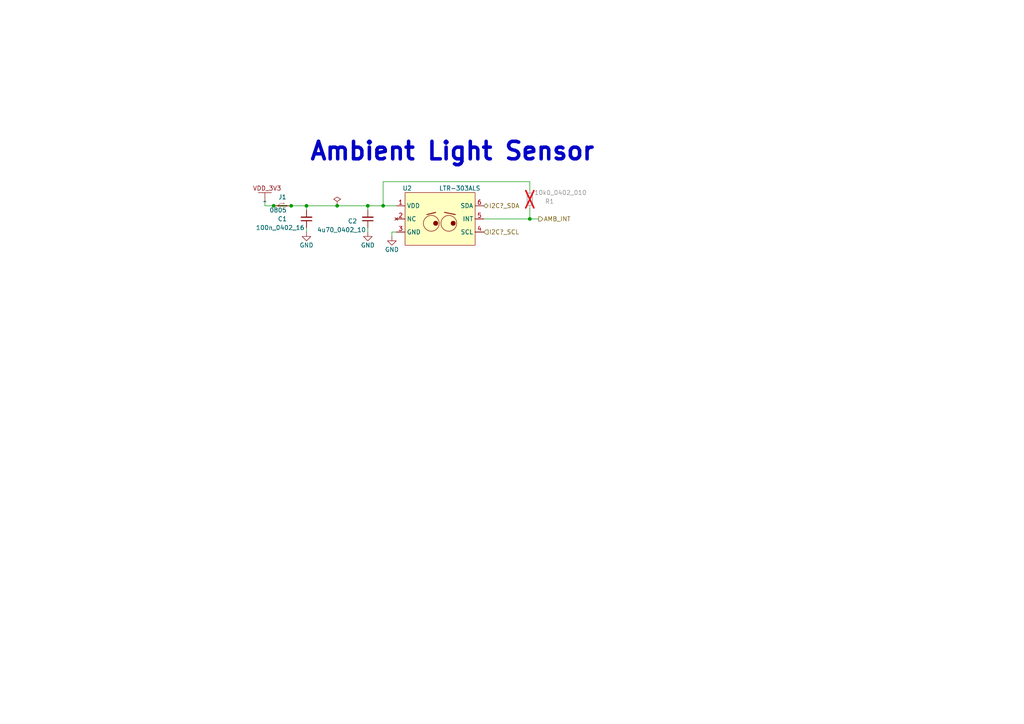
<source format=kicad_sch>
(kicad_sch (version 20230121) (generator eeschema)
  (paper "A4")
  (title_block (title "Beacon Lite") (date "2025-04-13") (rev "1") (company "Beep Boop"))
  (lib_symbols
    (symbol "Beacon_Library:CUT_N_JUMP" (pin_numbers hide) (in_bom no)
      (property "Reference" "J" (at 0 -0.254 0))
      (property "Value" "0402" (at 0 -3.81 0))
      (symbol "CUT_N_JUMP_1_1"
        (polyline (pts (xy -1.27 -2.54) (xy 1.27 -2.54)) (stroke (width 0.381)))
        (polyline (pts (xy 0.508 -1.905) (xy 0.381 -1.651) (xy 0.508 -1.905) (xy 0.254 -2.032)) (stroke (width 0.0762)))
        (arc (start 0.508 -1.905) (mid -0.5086 -1.8651) (end -1.27 -2.54) (stroke (width 0.0762)))
        (pin passive line (at -2.54 -2.54 0) (length 1.27) (name "~") (number "1"))
        (pin passive line (at 2.54 -2.54 180) (length 1.27) (name "~") (number "2"))
      )
    )
    (symbol "Beacon_Library:LTR-303ALS"
      (property "Reference" "U" (at 0 1.27 0))
      (property "Value" "LTR-303ALS" (at 16.51 1.27 0))
      (symbol "LTR-303ALS_0_1"
        (polyline (pts (xy 6.35 -6.35) (xy 8.89 -5.715)) (stroke (width 0.254)))
        (polyline (pts (xy 11.43 -5.715) (xy 14.605 -6.35)) (stroke (width 0.254)))
        (rectangle (start 0 0) (end 20.32 -15.24) (fill (type background)))
        (circle (center 7.62 -8.89) (radius 2.2895))
        (circle (center 8.89 -8.89) (radius 0.635) (fill (type outline)))
        (circle (center 12.7 -8.89) (radius 2.2895))
        (circle (center 13.97 -8.89) (radius 0.635) (fill (type outline)))
      )
      (symbol "LTR-303ALS_1_1"
        (pin power_in line (at -2.54 -3.81 0) (length 2.54) (name "VDD") (number "1"))
        (pin no_connect line (at -2.54 -7.62 0) (length 2.54) (name "NC") (number "2"))
        (pin passive line (at -2.54 -11.43 0) (length 2.54) (name "GND") (number "3"))
        (pin input line (at 22.86 -11.43 180) (length 2.54) (name "SCL") (number "4"))
        (pin output line (at 22.86 -7.62 180) (length 2.54) (name "INT") (number "5"))
        (pin bidirectional line (at 22.86 -3.81 180) (length 2.54) (name "SDA") (number "6"))
      )
    )
    (symbol "Beacon_Lite_Library:VDD_3V3"
      (symbol "VDD_3V3_0_0"
        (text "VDD_3V3" (at 0.635 3.81 0) (effects (font (size 1.27 1.27))))
      )
      (symbol "VDD_3V3_0_1"
        (polyline (pts (xy 0 2.54) (xy 0 0)))
        (polyline (pts (xy 1.905 2.54) (xy -1.905 2.54)))
      )
      (symbol "VDD_3V3_1_1"
        (pin power_in line (at 0 0 90) (length 2.54) hide (name "VDD_3V3") (number ""))
      )
    )
    (symbol "Device:C_Small" (pin_numbers hide) (pin_names (offset 0.254) hide)
      (property "Reference" "C" (at 0.254 1.778 0))
      (property "Value" "C_Small" (at 0.254 -2.032 0))
      (symbol "C_Small_0_1"
        (polyline (pts (xy -1.524 -0.508) (xy 1.524 -0.508)) (stroke (width 0.3302)))
        (polyline (pts (xy -1.524 0.508) (xy 1.524 0.508)) (stroke (width 0.3048)))
      )
      (symbol "C_Small_1_1"
        (pin passive line (at 0 2.54 270) (length 2.032) (name "~") (number "1"))
        (pin passive line (at 0 -2.54 90) (length 2.032) (name "~") (number "2"))
      )
    )
    (symbol "Device:R_Small" (pin_numbers hide) (pin_names (offset 0.254) hide)
      (property "Reference" "R" (at 0.762 0.508 0))
      (property "Value" "R_Small" (at 0.762 -1.016 0))
      (symbol "R_Small_0_1"
        (rectangle (start -0.762 1.778) (end 0.762 -1.778) (stroke (width 0.2032)))
      )
      (symbol "R_Small_1_1"
        (pin passive line (at 0 2.54 270) (length 0.762) (name "~") (number "1"))
        (pin passive line (at 0 -2.54 90) (length 0.762) (name "~") (number "2"))
      )
    )
    (symbol "power:GND" (power) (pin_names (offset 0))
      (property "Value" "GND" (at 0 -3.81 0))
      (symbol "GND_0_1"
        (polyline (pts (xy 0 0) (xy 0 -1.27) (xy 1.27 -1.27) (xy 0 -2.54) (xy -1.27 -1.27) (xy 0 -1.27)))
      )
      (symbol "GND_1_1"
        (pin power_in line (at 0 0 270) (length 0) hide (name "GND") (number "1"))
      )
    )
    (symbol "power:PWR_FLAG" (power) (pin_numbers hide) (pin_names (offset 0) hide)
      (property "Value" "PWR_FLAG" (at 0 3.81 0))
      (symbol "PWR_FLAG_0_0"
        (pin power_out line (at 0 0 90) (length 0) (name "pwr") (number "1"))
      )
      (symbol "PWR_FLAG_0_1"
        (polyline (pts (xy 0 0) (xy 0 1.27) (xy -1.016 1.905) (xy 0 2.54) (xy 1.016 1.905) (xy 0 1.27)))
      )
    )
  )
  (junction (at 79.375 59.69))
  (junction (at 111.125 59.69))
  (junction (at 97.79 59.69))
  (junction (at 88.9 59.69))
  (junction (at 153.67 63.5))
  (junction (at 84.455 59.69))
  (junction (at 106.68 59.69))
  (wire (pts (xy 111.125 52.705) (xy 111.125 59.69)))
  (wire (pts (xy 113.665 68.58) (xy 113.665 67.31)))
  (wire (pts (xy 76.835 58.42) (xy 76.835 59.69)))
  (wire (pts (xy 106.68 67.31) (xy 106.68 66.04)))
  (wire (pts (xy 88.9 60.96) (xy 88.9 59.69)))
  (wire (pts (xy 153.67 63.5) (xy 140.335 63.5)))
  (wire (pts (xy 111.125 59.69) (xy 114.935 59.69)))
  (wire (pts (xy 153.67 60.325) (xy 153.67 63.5)))
  (wire (pts (xy 88.9 67.31) (xy 88.9 66.04)))
  (wire (pts (xy 79.375 59.69) (xy 84.455 59.69)))
  (wire (pts (xy 106.68 59.69) (xy 111.125 59.69)))
  (wire (pts (xy 113.665 67.31) (xy 114.935 67.31)))
  (wire (pts (xy 88.9 59.69) (xy 97.79 59.69)))
  (wire (pts (xy 84.455 59.69) (xy 88.9 59.69)))
  (wire (pts (xy 76.835 59.69) (xy 79.375 59.69)))
  (wire (pts (xy 97.79 59.69) (xy 106.68 59.69)))
  (wire (pts (xy 106.68 60.96) (xy 106.68 59.69)))
  (wire (pts (xy 153.67 52.705) (xy 111.125 52.705)))
  (wire (pts (xy 153.67 52.705) (xy 153.67 55.245)))
  (wire (pts (xy 153.67 63.5) (xy 156.21 63.5)))
  (text "Ambient Light Sensor" (at 89.535 46.99 0) (effects (font (size 5.08 5.08) (thickness 1.016) bold) (justify left bottom)))
  (hierarchical_label "I2C?_SCL" (shape input) (at 140.335 67.31 0) (property "Intersheetrefs" "${INTERSHEET_REFS}" (effects hide)))
  (hierarchical_label "I2C?_SDA" (shape bidirectional) (at 140.335 59.69 0) (property "Intersheetrefs" "${INTERSHEET_REFS}" (effects hide)))
  (hierarchical_label "AMB_INT" (shape output) (at 156.21 63.5 0) (property "Intersheetrefs" "${INTERSHEET_REFS}" (effects hide)))
  (symbol (lib_id "power:PWR_FLAG") (at 97.79 59.69 0) (unit 1)
    (property "Reference" "#FLG01" (effects hide))
    (property "Value" "PWR_FLAG" (effects hide))
    (instances (project "Beacon_Lite" (path "" (reference "#FLG01") (unit 1))) (project "Beacon_Multiboard" (path "" (reference "#FLG01101") (unit 1))))
  )
  (symbol (lib_id "Beacon_Library:LTR-303ALS") (at 117.475 55.88 0) (unit 1)
    (property "Reference" "U2" (at 118.11 54.61 0))
    (property "Value" "LTR-303ALS" (at 133.35 54.61 0))
    (property "Footprint" "Footprint_Library:LTR303ALS01" (effects hide))
    (property "Datasheet" "https://www.mouser.com/ProductDetail/Lite-On/LTR-303ALS-01?qs=Ml%2FaxAEbwm%252Bm%252BetMkBDC8g%3D%3D" (effects hide))
    (instances (project "Beacon_Lite" (path "" (reference "U2") (unit 1))) (project "Beacon" (path "" (reference "U3301") (unit 1)) (path "" (reference "U6") (unit 1))) (project "Beacon_Multiboard" (path "" (reference "U1101") (unit 1))))
  )
  (symbol (lib_id "power:GND") (at 106.68 67.31 0) (unit 1)
    (property "Reference" "#PWR02" (effects hide))
    (property "Value" "GND" (at 106.68 71.12 0))
    (instances (project "Beacon_Lite" (path "" (reference "#PWR02") (unit 1))) (project "Beacon" (path "" (reference "#PWR03303") (unit 1)) (path "" (reference "#PWR029") (unit 1))) (project "Beacon_Multiboard" (path "" (reference "#PWR01102") (unit 1))))
  )
  (symbol (lib_id "Beacon_Lite_Library:VDD_3V3") (at 76.835 58.42 0) (unit 1)
    (property "Reference" "#PWR6" (effects hide))
    (property "Value" "~" (at 76.835 58.42 0))
    (instances (project "Beacon_Lite" (path "" (reference "#PWR6") (unit 1)) (path "" (reference "#PWR18") (unit 1)) (path "" (reference "#PWR21") (unit 1))))
  )
  (symbol (lib_id "Device:R_Small") (at 153.67 57.785 180) (unit 1) (dnp yes)
    (property "Reference" "R1" (at 159.385 58.42 0))
    (property "Value" "10k0_0402_010" (at 162.56 55.88 0))
    (property "Footprint" "Footprint_Library:0402_1005Metric_Handsolder" (effects hide))
    (instances (project "Beacon_Lite" (path "" (reference "R1") (unit 1))) (project "Beacon" (path "" (reference "R15") (unit 1)) (path "" (reference "R3301") (unit 1))) (project "Beacon_Multiboard" (path "" (reference "R1101") (unit 1))))
  )
  (symbol (lib_id "Beacon_Library:CUT_N_JUMP") (at 81.915 57.15 0) (unit 1) (in_bom no)
    (property "Reference" "J1" (at 81.915 57.15 0))
    (property "Value" "0805" (at 80.645 60.96 0))
    (property "Footprint" "Footprint_Library:0805_CUT-N-JUMP" (effects hide))
    (instances (project "Beacon_Lite" (path "" (reference "J1") (unit 1))) (project "Beacon" (path "" (reference "J3301") (unit 1))) (project "Beacon_Multiboard" (path "" (reference "J1101") (unit 1))))
  )
  (symbol (lib_id "power:GND") (at 113.665 68.58 0) (unit 1)
    (property "Reference" "#PWR03" (effects hide))
    (property "Value" "GND" (at 113.665 72.39 0))
    (instances (project "Beacon_Lite" (path "" (reference "#PWR03") (unit 1))) (project "Beacon" (path "" (reference "#PWR03304") (unit 1)) (path "" (reference "#PWR030") (unit 1))) (project "Beacon_Multiboard" (path "" (reference "#PWR01103") (unit 1))))
  )
  (symbol (lib_id "power:GND") (at 88.9 67.31 0) (unit 1)
    (property "Reference" "#PWR01" (effects hide))
    (property "Value" "GND" (at 88.9 71.12 0))
    (instances (project "Beacon_Lite" (path "" (reference "#PWR01") (unit 1))) (project "Beacon" (path "" (reference "#PWR03302") (unit 1)) (path "" (reference "#PWR028") (unit 1))) (project "Beacon_Multiboard" (path "" (reference "#PWR01101") (unit 1))))
  )
  (symbol (lib_id "Device:C_Small") (at 88.9 63.5 180) (unit 1)
    (property "Reference" "C1" (at 81.915 63.5 0))
    (property "Value" "100n_0402_16" (at 81.28 66.04 0))
    (property "Footprint" "Footprint_Library:0402_1005Metric_Handsolder" (effects hide))
    (instances (project "Beacon_Lite" (path "" (reference "C1") (unit 1))) (project "Beacon" (path "" (reference "C3302") (unit 1)) (path "" (reference "C21") (unit 1))) (project "Beacon_Multiboard" (path "" (reference "C1102") (unit 1))))
  )
  (symbol (lib_id "Device:C_Small") (at 106.68 63.5 180) (unit 1)
    (property "Reference" "C2" (at 102.235 64.135 0))
    (property "Value" "4u70_0402_10" (at 99.06 66.675 0))
    (property "Footprint" "Footprint_Library:0402_1005Metric_Handsolder" (effects hide))
    (instances (project "Beacon_Lite" (path "" (reference "C2") (unit 1))) (project "Beacon" (path "" (reference "C3301") (unit 1)) (path "" (reference "C22") (unit 1))) (project "Beacon_Multiboard" (path "" (reference "C1101") (unit 1))))
  )
)
</source>
